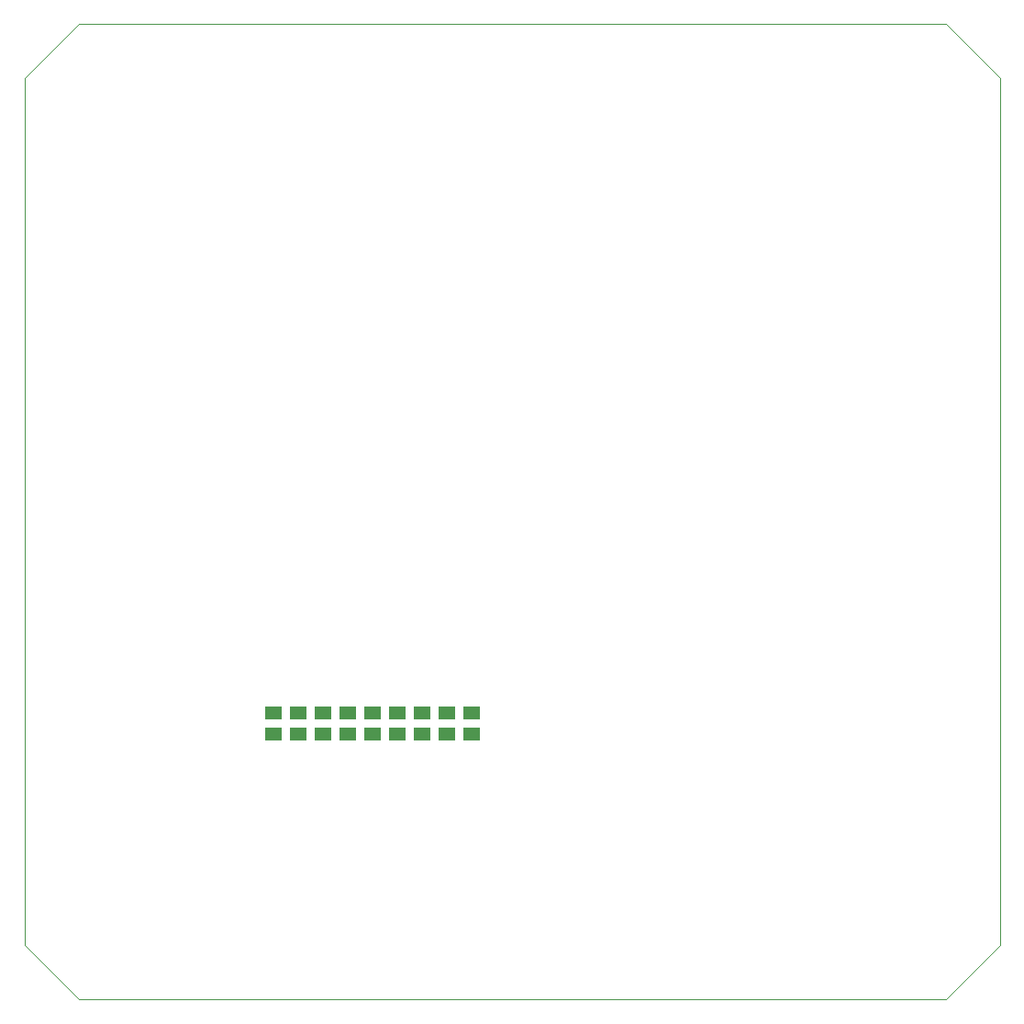
<source format=gbp>
G75*
%MOIN*%
%OFA0B0*%
%FSLAX25Y25*%
%IPPOS*%
%LPD*%
%AMOC8*
5,1,8,0,0,1.08239X$1,22.5*
%
%ADD10R,0.05906X0.05118*%
%ADD11C,0.00000*%
D10*
X0101400Y0108127D03*
X0101400Y0115607D03*
X0110400Y0115607D03*
X0110400Y0108127D03*
X0119400Y0108127D03*
X0119400Y0115607D03*
X0128400Y0115607D03*
X0128400Y0108127D03*
X0137400Y0108127D03*
X0137400Y0115607D03*
X0146400Y0115607D03*
X0146400Y0108127D03*
X0155400Y0108127D03*
X0155400Y0115607D03*
X0164400Y0115607D03*
X0164400Y0108127D03*
X0173400Y0108127D03*
X0173400Y0115607D03*
D11*
X0030629Y0011507D02*
X0010944Y0031192D01*
X0010944Y0346152D01*
X0030629Y0365837D01*
X0345590Y0365837D01*
X0365275Y0346152D01*
X0365275Y0031192D01*
X0345590Y0011507D01*
X0030629Y0011507D01*
M02*

</source>
